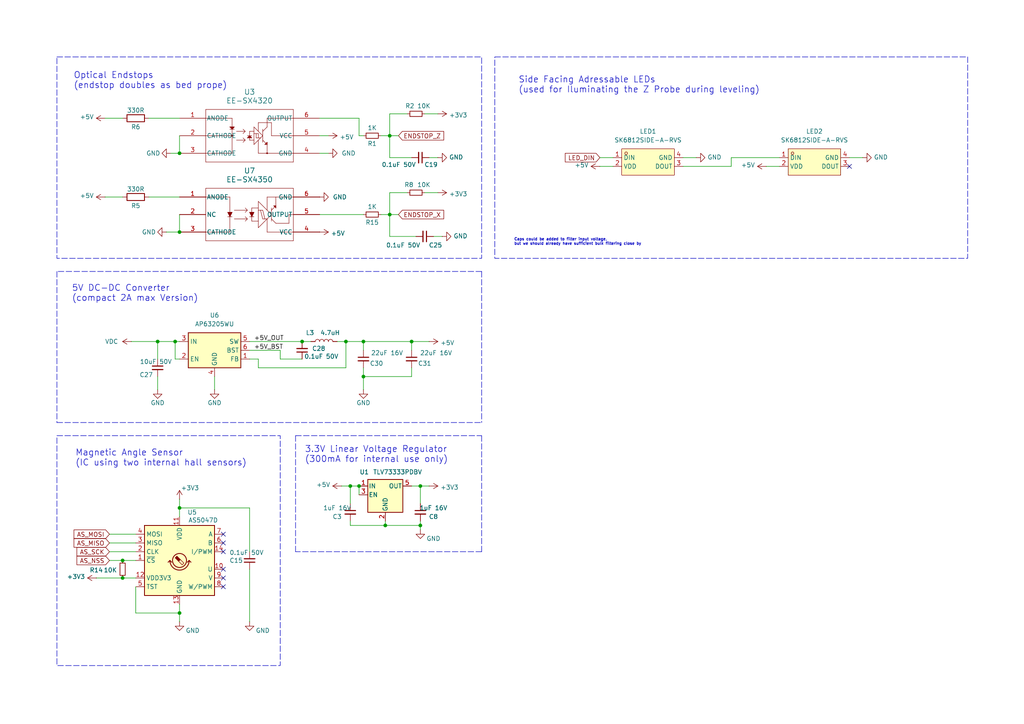
<source format=kicad_sch>
(kicad_sch (version 20250114) (generator "eeschema") (generator_version "9.0")
  (paper "A4")
  (title_block (title "Power Management & Control") (date "2021-10-17") (rev "0.0") (company "VORTAC DESIGN") (comment 1 "!! wip untested revesion !!") (comment 2 "Designed to be used with Klipper Firmware") (comment 3 "Canbus Networked Smart Tool Board") (comment 4 "-- VORTAC PCB --"))
  (lib_symbols
    (symbol "Device:C_Small" (pin_numbers (hide yes)) (pin_names (offset 0.254) (hide yes))
      (property "Reference" "C" (at 0.254 1.778 0))
      (property "Value" "C_Small" (at 0.254 -2.032 0))
      (symbol "C_Small_0_1"
        (polyline (pts (xy -1.524 0.508) (xy 1.524 0.508)) (stroke (width 0.3048)))
        (polyline (pts (xy -1.524 -0.508) (xy 1.524 -0.508)) (stroke (width 0.3302)))
      )
      (symbol "C_Small_1_1"
        (pin passive line (at 0 2.54 270) (length 2.032) (name "~") (number "1"))
        (pin passive line (at 0 -2.54 90) (length 2.032) (name "~") (number "2"))
      )
    )
    (symbol "Device:L" (pin_numbers (hide yes)) (pin_names (offset 1.016) (hide yes))
      (property "Reference" "L" (at -1.27 0 90))
      (property "Value" "L" (at 1.905 0 90))
      (symbol "L_0_1"
        (arc (start 0 2.54) (mid 0.6323 1.905) (end 0 1.27))
        (arc (start 0 1.27) (mid 0.6323 0.635) (end 0 0))
        (arc (start 0 0) (mid 0.6323 -0.635) (end 0 -1.27))
        (arc (start 0 -1.27) (mid 0.6323 -1.905) (end 0 -2.54))
      )
      (symbol "L_1_1"
        (pin passive line (at 0 3.81 270) (length 1.27) (name "1") (number "1"))
        (pin passive line (at 0 -3.81 90) (length 1.27) (name "2") (number "2"))
      )
    )
    (symbol "Device:R" (pin_numbers (hide yes)) (pin_names (offset 0))
      (property "Reference" "R" (at 2.032 0 90))
      (property "Value" "R" (at 0 0 90))
      (symbol "R_0_1"
        (rectangle (start -1.016 -2.54) (end 1.016 2.54) (stroke (width 0.254)))
      )
      (symbol "R_1_1"
        (pin passive line (at 0 3.81 270) (length 1.27) (name "~") (number "1"))
        (pin passive line (at 0 -3.81 90) (length 1.27) (name "~") (number "2"))
      )
    )
    (symbol "Device:R_Small" (pin_numbers (hide yes)) (pin_names (offset 0.254) (hide yes))
      (property "Reference" "R" (at 0 0 90))
      (property "Value" "R_Small" (at 1.778 0 90))
      (symbol "R_Small_0_1"
        (rectangle (start -0.762 1.778) (end 0.762 -1.778) (stroke (width 0.2032)))
      )
      (symbol "R_Small_1_1"
        (pin passive line (at 0 2.54 270) (length 0.762) (name "~") (number "1"))
        (pin passive line (at 0 -2.54 90) (length 0.762) (name "~") (number "2"))
      )
    )
    (symbol "Regulator_Linear:TLV73333PDBV" (pin_names (offset 0.254))
      (property "Reference" "U" (at -3.81 5.715 0))
      (property "Value" "TLV73333PDBV" (at 0 5.715 0))
      (symbol "TLV73333PDBV_0_1"
        (rectangle (start -5.08 4.445) (end 5.08 -5.08) (stroke (width 0.254)) (fill (type background)))
      )
      (symbol "TLV73333PDBV_1_1"
        (pin power_in line (at -7.62 2.54 0) (length 2.54) (name "IN") (number "1"))
        (pin input line (at -7.62 0 0) (length 2.54) (name "EN") (number "3"))
        (pin power_in line (at 0 -7.62 90) (length 2.54) (name "GND") (number "2"))
        (pin no_connect line (at 5.08 0 180) (length 2.54) (hide yes) (name "NC") (number "4"))
        (pin power_out line (at 7.62 2.54 180) (length 2.54) (name "OUT") (number "5"))
      )
    )
    (symbol "Regulator_Switching:AP63205WU"
      (property "Reference" "U" (at -7.62 6.35 0))
      (property "Value" "AP63205WU" (at 2.54 6.35 0))
      (symbol "AP63205WU_0_1"
        (rectangle (start -7.62 5.08) (end 7.62 -5.08) (stroke (width 0.254)) (fill (type background)))
      )
      (symbol "AP63205WU_1_1"
        (pin power_in line (at -10.16 2.54 0) (length 2.54) (name "IN") (number "3"))
        (pin input line (at -10.16 -2.54 0) (length 2.54) (name "EN") (number "2"))
        (pin power_in line (at 0 -7.62 90) (length 2.54) (name "GND") (number "4"))
        (pin output line (at 10.16 2.54 180) (length 2.54) (name "SW") (number "5"))
        (pin passive line (at 10.16 0 180) (length 2.54) (name "BST") (number "6"))
        (pin input line (at 10.16 -2.54 180) (length 2.54) (name "FB") (number "1"))
      )
    )
    (symbol "SK6812SIDE-A-RVS_1"
      (property "Reference" "LED" (at 0 6.35 0))
      (property "Value" "SK6812SIDE-A-RVS" (at 0 -6.35 0))
      (symbol "SK6812SIDE-A-RVS_1_0_1"
        (rectangle (start -7.62 3.81) (end 7.62 -3.81) (fill (type background)))
        (circle (center -6.35 2.54) (radius 0.38))
        (pin unspecified line (at -10.16 1.27 0) (length 2.54) (name "DIN") (number "1"))
        (pin unspecified line (at -10.16 -1.27 0) (length 2.54) (name "VDD") (number "2"))
        (pin unspecified line (at 10.16 1.27 180) (length 2.54) (name "GND") (number "4"))
        (pin unspecified line (at 10.16 -1.27 180) (length 2.54) (name "DOUT") (number "3"))
      )
    )
    (symbol "Sensor_Magnetic:AS5047D"
      (property "Reference" "U" (at -8.89 11.43 0))
      (property "Value" "AS5047D" (at 5.08 11.43 0))
      (symbol "AS5047D_1_1"
        (rectangle (start -10.16 10.16) (end 10.16 -10.16) (stroke (width 0.254)) (fill (type background)))
        (polyline (pts (xy -2.794 0) (xy -3.302 -0.508)) (stroke (width 0.254)))
        (polyline (pts (xy -2.794 0) (xy -2.286 -0.508)) (stroke (width 0.254)))
        (polyline (pts (xy -0.762 1.27) (xy 0.254 0.254) (xy -0.254 -0.254) (xy -1.27 0.762) (xy -1.016 1.016) (xy -0.762 1.27) (xy -0.635 1.143)) (fill (type outline)))
        (arc (start 2.794 0) (mid 0 -2.7819) (end -2.794 0) (stroke (width 0.254)))
        (circle (center 0 0) (radius 2.032) (stroke (width 0.254)))
        (polyline (pts (xy 0.254 0.254) (xy 1.27 -0.762) (xy 0.762 -1.27) (xy -0.254 -0.254)))
        (polyline (pts (xy 2.794 0) (xy 2.286 -0.508)) (stroke (width 0.254)))
        (polyline (pts (xy 2.794 0) (xy 3.302 -0.508)) (stroke (width 0.254)))
        (pin input line (at -12.7 7.62 0) (length 2.54) (name "MOSI") (number "4"))
        (pin output line (at -12.7 5.08 0) (length 2.54) (name "MISO") (number "3"))
        (pin input line (at -12.7 2.54 0) (length 2.54) (name "CLK") (number "2"))
        (pin input line (at -12.7 0 0) (length 2.54) (name "~{CS}") (number "1"))
        (pin power_out line (at -12.7 -5.08 0) (length 2.54) (name "VDD3V3") (number "12"))
        (pin input line (at -12.7 -7.62 0) (length 2.54) (name "TST") (number "5"))
        (pin power_in line (at 0 12.7 270) (length 2.54) (name "VDD") (number "11"))
        (pin power_in line (at 0 -12.7 90) (length 2.54) (name "GND") (number "13"))
        (pin output line (at 12.7 7.62 180) (length 2.54) (name "A") (number "7"))
        (pin output line (at 12.7 5.08 180) (length 2.54) (name "B") (number "6"))
        (pin output line (at 12.7 2.54 180) (length 2.54) (name "I/PWM") (number "14"))
        (pin output line (at 12.7 -2.54 180) (length 2.54) (name "U") (number "10"))
        (pin output line (at 12.7 -5.08 180) (length 2.54) (name "V") (number "9"))
        (pin output line (at 12.7 -7.62 180) (length 2.54) (name "W/PWM") (number "8"))
      )
    )
    (symbol "Vortac:EE-SX3350" (pin_names (offset 0.254))
      (property "Reference" "U" (at 20.32 7.62 0))
      (property "Value" "EE-SX3350" (at 20.32 5.08 0))
      (symbol "EE-SX3350_0_1"
        (polyline (pts (xy 7.62 2.54) (xy 7.62 -12.7)) (stroke (width 0.127)))
        (polyline (pts (xy 7.62 0) (xy 14.605 0)) (stroke (width 0.127)))
        (polyline (pts (xy 7.62 -10.16) (xy 14.605 -10.16)) (stroke (width 0.127)))
        (polyline (pts (xy 7.62 -12.7) (xy 33.02 -12.7)) (stroke (width 0.127)))
        (polyline (pts (xy 13.97 -4.445) (xy 14.605 -5.715)) (stroke (width 0.127)))
        (polyline (pts (xy 13.97 -4.445) (xy 15.24 -4.445) (xy 14.605 -5.715)) (fill (type outline)))
        (polyline (pts (xy 13.97 -5.715) (xy 15.24 -5.715)) (stroke (width 0.127)))
        (polyline (pts (xy 14.605 0) (xy 14.605 -4.445)) (stroke (width 0.127)))
        (polyline (pts (xy 14.605 -5.715) (xy 14.605 -10.16)) (stroke (width 0.127)))
        (polyline (pts (xy 14.605 -5.715) (xy 15.24 -4.445)) (stroke (width 0.127)))
        (polyline (pts (xy 15.24 -4.445) (xy 13.97 -4.445)) (stroke (width 0.127)))
        (polyline (pts (xy 15.875 -3.81) (xy 19.685 -3.81)) (stroke (width 0.127)))
        (polyline (pts (xy 15.875 -6.35) (xy 19.685 -6.35)) (stroke (width 0.127)))
        (polyline (pts (xy 19.685 -3.81) (xy 19.05 -3.175)) (stroke (width 0.127)))
        (polyline (pts (xy 19.685 -3.81) (xy 19.05 -4.445)) (stroke (width 0.127)))
        (polyline (pts (xy 19.685 -6.35) (xy 19.05 -5.715)) (stroke (width 0.127)))
        (polyline (pts (xy 19.685 -6.35) (xy 19.05 -6.985)) (stroke (width 0.127)))
        (polyline (pts (xy 20.32 -4.445) (xy 21.59 -4.445)) (stroke (width 0.127)))
        (polyline (pts (xy 20.32 -4.445) (xy 21.59 -4.445) (xy 20.955 -5.715)) (fill (type outline)))
        (polyline (pts (xy 20.32 -5.715) (xy 21.59 -5.715)) (stroke (width 0.127)))
        (polyline (pts (xy 20.955 -4.445) (xy 20.955 -3.175)) (stroke (width 0.127)))
        (polyline (pts (xy 20.955 -5.715) (xy 20.32 -4.445)) (stroke (width 0.127)))
        (polyline (pts (xy 20.955 -5.715) (xy 20.955 -6.985)) (stroke (width 0.127)))
        (polyline (pts (xy 21.59 -4.445) (xy 20.955 -5.715)) (stroke (width 0.127)))
        (polyline (pts (xy 22.86 -3.175) (xy 20.955 -3.175)) (stroke (width 0.127)))
        (polyline (pts (xy 22.86 -3.81) (xy 24.13 -3.81)) (stroke (width 0.127)))
        (polyline (pts (xy 22.86 -6.985) (xy 20.955 -6.985)) (stroke (width 0.127)))
        (polyline (pts (xy 22.86 -8.89) (xy 22.86 -1.27)) (stroke (width 0.127)))
        (polyline (pts (xy 24.13 -6.35) (xy 23.495 -3.81)) (stroke (width 0.127)))
        (polyline (pts (xy 24.765 -6.35) (xy 24.13 -3.81)) (stroke (width 0.127)))
        (polyline (pts (xy 25.4 0) (xy 33.02 0)) (stroke (width 0.127)))
        (polyline (pts (xy 25.4 -3.81) (xy 25.4 0)) (stroke (width 0.127)))
        (polyline (pts (xy 25.4 -6.35) (xy 24.13 -6.35)) (stroke (width 0.127)))
        (polyline (pts (xy 25.4 -6.35) (xy 25.4 -10.16)) (stroke (width 0.127)))
        (polyline (pts (xy 25.4 -10.16) (xy 33.02 -10.16)) (stroke (width 0.127)))
        (polyline (pts (xy 26.67 -3.81) (xy 26.67 -3.175)) (stroke (width 0.127)))
        (polyline (pts (xy 26.67 -3.81) (xy 26.67 -6.35)) (stroke (width 0.127)))
        (polyline (pts (xy 26.67 -3.81) (xy 27.94 -2.54)) (stroke (width 0.127)))
        (polyline (pts (xy 26.67 -5.08) (xy 22.86 -1.27)) (stroke (width 0.127)))
        (polyline (pts (xy 26.67 -5.08) (xy 22.86 -8.89)) (stroke (width 0.127)))
        (polyline (pts (xy 26.67 -6.35) (xy 26.67 -6.985)) (stroke (width 0.127)))
        (polyline (pts (xy 26.67 -6.35) (xy 27.94 -7.62)) (stroke (width 0.127)))
        (polyline (pts (xy 27.305 -2.54) (xy 27.94 -3.175)) (stroke (width 0.127)))
        (polyline (pts (xy 27.305 -2.54) (xy 27.94 -2.54) (xy 27.94 -3.175)) (fill (type outline)))
        (polyline (pts (xy 27.94 -2.54) (xy 27.305 -2.54)) (stroke (width 0.127)))
        (polyline (pts (xy 27.94 -2.54) (xy 27.94 0)) (stroke (width 0.127)))
        (polyline (pts (xy 27.94 -3.175) (xy 27.94 -2.54)) (stroke (width 0.127)))
        (polyline (pts (xy 27.94 -7.62) (xy 31.75 -7.62)) (stroke (width 0.127)))
        (polyline (pts (xy 31.75 -7.62) (xy 31.75 -5.08)) (stroke (width 0.127)))
        (polyline (pts (xy 33.02 2.54) (xy 7.62 2.54)) (stroke (width 0.127)))
        (polyline (pts (xy 33.02 -5.08) (xy 31.75 -5.08)) (stroke (width 0.127)))
        (polyline (pts (xy 33.02 -12.7) (xy 33.02 2.54)) (stroke (width 0.127)))
        (pin unspecified line (at 0 0 0) (length 7.62) (name "ANODE") (number "1"))
        (pin unspecified line (at 0 -5.08 0) (length 7.62) (name "NC") (number "2"))
        (pin unspecified line (at 0 -10.16 0) (length 7.62) (name "CATHODE") (number "3"))
        (pin unspecified line (at 40.64 0 180) (length 7.62) (name "GND") (number "6"))
        (pin unspecified line (at 40.64 -5.08 180) (length 7.62) (name "OUTPUT") (number "5"))
        (pin unspecified line (at 40.64 -10.16 180) (length 7.62) (name "VCC") (number "4"))
      )
    )
    (symbol "Vortac:EE-SX4320" (pin_names (offset 0.254))
      (property "Reference" "U" (at 20.32 7.62 0))
      (property "Value" "EE-SX4320" (at 20.32 5.08 0))
      (symbol "EE-SX4320_0_1"
        (polyline (pts (xy 7.62 2.54) (xy 7.62 -12.7)) (stroke (width 0.127)))
        (polyline (pts (xy 7.62 0) (xy 15.24 0)) (stroke (width 0.127)))
        (polyline (pts (xy 7.62 -5.08) (xy 15.24 -5.08)) (stroke (width 0.127)))
        (polyline (pts (xy 7.62 -10.16) (xy 15.24 -10.16)) (stroke (width 0.127)))
        (polyline (pts (xy 7.62 -12.7) (xy 33.02 -12.7)) (stroke (width 0.127)))
        (polyline (pts (xy 14.605 -2.54) (xy 15.24 -3.175)) (stroke (width 0.127)))
        (polyline (pts (xy 14.605 -2.54) (xy 15.875 -2.54)) (stroke (width 0.127)))
        (polyline (pts (xy 14.605 -2.54) (xy 15.875 -2.54) (xy 15.24 -3.175)) (fill (type outline)))
        (polyline (pts (xy 14.605 -3.175) (xy 15.875 -3.175)) (stroke (width 0.127)))
        (polyline (pts (xy 15.24 0) (xy 15.24 -2.54)) (stroke (width 0.127)))
        (polyline (pts (xy 15.24 -3.175) (xy 15.24 -10.16)) (stroke (width 0.127)))
        (circle (center 15.24 -5.08) (radius 0.127) (stroke (width 0.254)))
        (polyline (pts (xy 15.875 -2.54) (xy 15.24 -3.175)) (stroke (width 0.127)))
        (polyline (pts (xy 16.51 -3.81) (xy 19.05 -3.81)) (stroke (width 0.127)))
        (polyline (pts (xy 16.51 -6.35) (xy 19.05 -6.35)) (stroke (width 0.127)))
        (polyline (pts (xy 18.415 -3.175) (xy 19.05 -3.81)) (stroke (width 0.127)))
        (polyline (pts (xy 18.415 -5.715) (xy 19.05 -6.35)) (stroke (width 0.127)))
        (polyline (pts (xy 19.05 -3.81) (xy 18.415 -4.445)) (stroke (width 0.127)))
        (polyline (pts (xy 19.05 -6.35) (xy 18.415 -6.985)) (stroke (width 0.127)))
        (polyline (pts (xy 19.685 -5.08) (xy 20.955 -5.08)) (stroke (width 0.127)))
        (polyline (pts (xy 19.685 -5.715) (xy 20.955 -5.715)) (stroke (width 0.127)))
        (polyline (pts (xy 19.685 -5.715) (xy 20.32 -5.08) (xy 20.955 -5.715)) (fill (type outline)))
        (polyline (pts (xy 20.32 -3.81) (xy 20.32 -5.08)) (stroke (width 0.127)))
        (polyline (pts (xy 20.32 -5.08) (xy 19.685 -5.715)) (stroke (width 0.127)))
        (polyline (pts (xy 20.32 -5.715) (xy 20.32 -6.35)) (stroke (width 0.127)))
        (polyline (pts (xy 20.32 -6.35) (xy 21.59 -6.35)) (stroke (width 0.127)))
        (polyline (pts (xy 20.955 -5.715) (xy 20.32 -5.08)) (stroke (width 0.127)))
        (polyline (pts (xy 21.59 -3.81) (xy 20.32 -3.81)) (stroke (width 0.127)))
        (polyline (pts (xy 21.59 -4.445) (xy 22.86 -4.445)) (stroke (width 0.127)))
        (polyline (pts (xy 21.59 -7.62) (xy 21.59 -2.54)) (stroke (width 0.127)))
        (polyline (pts (xy 22.225 -5.715) (xy 22.225 -4.445)) (stroke (width 0.127)))
        (polyline (pts (xy 22.86 -1.27) (xy 26.67 -1.27)) (stroke (width 0.127)))
        (polyline (pts (xy 22.86 -3.81) (xy 22.86 -1.27)) (stroke (width 0.127)))
        (polyline (pts (xy 22.86 -4.445) (xy 22.86 -5.715)) (stroke (width 0.127)))
        (polyline (pts (xy 22.86 -6.35) (xy 22.86 -10.16)) (stroke (width 0.127)))
        (polyline (pts (xy 23.495 -5.715) (xy 22.225 -5.715)) (stroke (width 0.127)))
        (polyline (pts (xy 24.13 -3.175) (xy 24.13 -6.985)) (stroke (width 0.127)))
        (polyline (pts (xy 24.13 -5.08) (xy 21.59 -2.54)) (stroke (width 0.127)))
        (polyline (pts (xy 24.13 -5.08) (xy 21.59 -7.62)) (stroke (width 0.127)))
        (polyline (pts (xy 24.13 -6.35) (xy 25.4 -7.62)) (stroke (width 0.127)))
        (polyline (pts (xy 24.765 -7.62) (xy 25.4 -7.62)) (stroke (width 0.127)))
        (polyline (pts (xy 24.765 -7.62) (xy 25.4 -6.985) (xy 25.4 -7.62)) (fill (type outline)))
        (polyline (pts (xy 25.4 0) (xy 25.4 -2.54)) (stroke (width 0.127)))
        (polyline (pts (xy 25.4 -2.54) (xy 24.13 -3.81)) (stroke (width 0.127)))
        (polyline (pts (xy 25.4 -6.985) (xy 24.765 -7.62)) (stroke (width 0.127)))
        (polyline (pts (xy 25.4 -7.62) (xy 25.4 -6.985)) (stroke (width 0.127)))
        (polyline (pts (xy 25.4 -7.62) (xy 25.4 -10.16)) (stroke (width 0.127)))
        (circle (center 25.4 -10.16) (radius 0.127) (stroke (width 0.254)))
        (polyline (pts (xy 26.67 -1.27) (xy 26.67 -5.08)) (stroke (width 0.127)))
        (polyline (pts (xy 33.02 2.54) (xy 7.62 2.54)) (stroke (width 0.127)))
        (polyline (pts (xy 33.02 0) (xy 25.4 0)) (stroke (width 0.127)))
        (polyline (pts (xy 33.02 -5.08) (xy 26.67 -5.08)) (stroke (width 0.127)))
        (polyline (pts (xy 33.02 -10.16) (xy 22.86 -10.16)) (stroke (width 0.127)))
        (polyline (pts (xy 33.02 -12.7) (xy 33.02 2.54)) (stroke (width 0.127)))
        (pin unspecified line (at 0 0 0) (length 7.62) (name "ANODE") (number "1"))
        (pin unspecified line (at 0 -5.08 0) (length 7.62) (name "CATHODE") (number "2"))
        (pin unspecified line (at 0 -10.16 0) (length 7.62) (name "CATHODE") (number "3"))
        (pin unspecified line (at 40.64 0 180) (length 7.62) (name "OUTPUT") (number "6"))
        (pin unspecified line (at 40.64 -5.08 180) (length 7.62) (name "VCC") (number "5"))
        (pin unspecified line (at 40.64 -10.16 180) (length 7.62) (name "GND") (number "4"))
      )
    )
    (symbol "Vortac:SK6812SIDE-A-RVS"
      (property "Reference" "LED" (at 0 6.35 0))
      (property "Value" "SK6812SIDE-A-RVS" (at 0 -6.35 0))
      (symbol "SK6812SIDE-A-RVS_0_1"
        (rectangle (start -7.62 3.81) (end 7.62 -3.81) (fill (type background)))
        (circle (center -6.35 2.54) (radius 0.38))
        (pin unspecified line (at -10.16 1.27 0) (length 2.54) (name "DIN") (number "1"))
        (pin unspecified line (at -10.16 -1.27 0) (length 2.54) (name "VDD") (number "2"))
        (pin unspecified line (at 10.16 1.27 180) (length 2.54) (name "GND") (number "4"))
        (pin unspecified line (at 10.16 -1.27 180) (length 2.54) (name "DOUT") (number "3"))
      )
    )
    (symbol "power:+3V3" (power) (pin_numbers (hide yes)) (pin_names (offset 0) (hide yes))
      (property "Value" "+3V3" (at 0 3.556 0))
      (symbol "+3V3_0_1"
        (polyline (pts (xy -0.762 1.27) (xy 0 2.54)))
        (polyline (pts (xy 0 2.54) (xy 0.762 1.27)))
        (polyline (pts (xy 0 0) (xy 0 2.54)))
      )
      (symbol "+3V3_1_1"
        (pin power_in line (at 0 0 90) (length 0) (name "~") (number "1"))
      )
    )
    (symbol "power:+5V" (power) (pin_numbers (hide yes)) (pin_names (offset 0) (hide yes))
      (property "Value" "+5V" (at 0 3.556 0))
      (symbol "+5V_0_1"
        (polyline (pts (xy -0.762 1.27) (xy 0 2.54)))
        (polyline (pts (xy 0 2.54) (xy 0.762 1.27)))
        (polyline (pts (xy 0 0) (xy 0 2.54)))
      )
      (symbol "+5V_1_1"
        (pin power_in line (at 0 0 90) (length 0) (name "~") (number "1"))
      )
    )
    (symbol "power:GND" (power) (pin_numbers (hide yes)) (pin_names (offset 0) (hide yes))
      (property "Value" "GND" (at 0 -3.81 0))
      (symbol "GND_0_1"
        (polyline (pts (xy 0 0) (xy 0 -1.27) (xy 1.27 -1.27) (xy 0 -2.54) (xy -1.27 -1.27) (xy 0 -1.27)))
      )
      (symbol "GND_1_1"
        (pin power_in line (at 0 0 270) (length 0) (name "~") (number "1"))
      )
    )
    (symbol "power:VDC" (power) (pin_numbers (hide yes)) (pin_names (offset 0) (hide yes))
      (property "Value" "VDC" (at 0 3.556 0))
      (symbol "VDC_0_1"
        (polyline (pts (xy -0.762 1.27) (xy 0 2.54)))
        (polyline (pts (xy 0 2.54) (xy 0.762 1.27)))
        (polyline (pts (xy 0 0) (xy 0 2.54)))
      )
      (symbol "VDC_1_1"
        (pin power_in line (at 0 0 90) (length 0) (name "~") (number "1"))
      )
    )
  )
  (rectangle (start 16.51 126.365) (end 81.28 193.04) (stroke (width 0) (type dash)))
  (rectangle (start 143.51 16.51) (end 280.67 74.93) (stroke (width 0) (type dash)))
  (rectangle (start 16.51 16.51) (end 139.7 74.93) (stroke (width 0) (type dash)))
  (text "Magnetic Angle Sensor\n(IC using two internal hall sensors)" (at 21.844 135.382 0) (effects (font (size 1.8034 1.8034)) (justify left bottom)))
  (text "Side Facing Adressable LEDs\n(used for Iluminating the Z Probe during leveling)" (at 150.368 27.178 0) (effects (font (size 1.8034 1.8034)) (justify left bottom)))
  (text "Optical Endstops\n(endstop doubles as bed prope)" (at 21.336 25.908 0) (effects (font (size 1.8034 1.8034)) (justify left bottom)))
  (text "3.3V Linear Voltage Regulator\n(300mA for internal use only)" (at 88.392 134.366 0) (effects (font (size 1.8034 1.8034)) (justify left bottom)))
  (text "Caps could be added to filter input voltage, \nbut we should already have sufficient bulk filtering close by" (at 149.098 69.088 0) (effects (font (size 0.7874 0.7874)) (justify left top)))
  (text "5V DC-DC Converter\n(compact 2A max Version)" (at 20.828 87.63 0) (effects (font (size 1.8034 1.8034)) (justify left bottom)))
  (junction (at 45.72 99.06))
  (junction (at 104.14 140.97))
  (junction (at 105.41 109.22))
  (junction (at 121.92 152.4))
  (junction (at 52.07 67.31))
  (junction (at 52.07 44.45))
  (junction (at 35.56 162.56))
  (junction (at 101.6 140.97))
  (junction (at 50.8 99.06))
  (junction (at 105.41 99.06))
  (junction (at 121.92 140.97))
  (junction (at 111.76 152.4))
  (junction (at 87.63 99.06))
  (junction (at 52.07 147.32))
  (junction (at 52.07 177.8))
  (junction (at 100.33 99.06))
  (junction (at 113.03 39.37))
  (junction (at 119.38 99.06))
  (junction (at 113.03 62.23))
  (junction (at 35.56 167.64))
  (no_connect (at 64.77 165.1))
  (no_connect (at 64.77 167.64))
  (no_connect (at 64.77 154.94))
  (no_connect (at 64.77 157.48))
  (no_connect (at 64.77 170.18))
  (no_connect (at 246.38 48.26))
  (no_connect (at 64.77 160.02))
  (wire (pts (xy 52.07 39.37) (xy 52.07 44.45)))
  (wire (pts (xy 113.03 62.23) (xy 115.57 62.23)))
  (wire (pts (xy 101.6 152.4) (xy 111.76 152.4)))
  (wire (pts (xy 113.03 62.23) (xy 113.03 68.58)))
  (wire (pts (xy 52.07 104.14) (xy 50.8 104.14)))
  (wire (pts (xy 31.75 157.48) (xy 39.37 157.48)))
  (polyline (pts (xy 16.51 78.74) (xy 16.51 122.555)) (stroke (width 0) (type dash)))
  (wire (pts (xy 101.6 151.13) (xy 101.6 152.4)))
  (wire (pts (xy 45.72 99.06) (xy 45.72 104.14)))
  (wire (pts (xy 74.93 104.14) (xy 72.39 104.14)))
  (wire (pts (xy 30.48 57.15) (xy 35.56 57.15)))
  (wire (pts (xy 105.41 99.06) (xy 119.38 99.06)))
  (wire (pts (xy 72.39 160.02) (xy 72.39 147.32)))
  (wire (pts (xy 100.33 106.68) (xy 74.93 106.68)))
  (wire (pts (xy 43.18 57.15) (xy 52.07 57.15)))
  (wire (pts (xy 113.03 55.88) (xy 113.03 62.23)))
  (wire (pts (xy 72.39 99.06) (xy 87.63 99.06)))
  (wire (pts (xy 81.28 104.14) (xy 81.28 101.6)))
  (wire (pts (xy 50.8 99.06) (xy 52.07 99.06)))
  (wire (pts (xy 121.92 152.4) (xy 121.92 151.13)))
  (wire (pts (xy 35.56 167.64) (xy 39.37 167.64)))
  (wire (pts (xy 173.99 45.72) (xy 177.8 45.72)))
  (wire (pts (xy 52.07 175.26) (xy 52.07 177.8)))
  (wire (pts (xy 212.09 48.26) (xy 212.09 45.72)))
  (polyline (pts (xy 16.51 122.555) (xy 139.7 122.555)) (stroke (width 0) (type dash)))
  (wire (pts (xy 45.72 109.22) (xy 45.72 113.03)))
  (wire (pts (xy 111.76 152.4) (xy 121.92 152.4)))
  (wire (pts (xy 31.75 162.56) (xy 35.56 162.56)))
  (wire (pts (xy 113.03 45.72) (xy 119.38 45.72)))
  (wire (pts (xy 31.75 160.02) (xy 39.37 160.02)))
  (wire (pts (xy 43.18 34.29) (xy 52.07 34.29)))
  (wire (pts (xy 100.33 99.06) (xy 100.33 106.68)))
  (wire (pts (xy 72.39 165.1) (xy 72.39 180.34)))
  (polyline (pts (xy 139.7 160.02) (xy 85.725 160.02)) (stroke (width 0) (type dash)))
  (wire (pts (xy 105.41 106.68) (xy 105.41 109.22)))
  (wire (pts (xy 35.56 162.56) (xy 39.37 162.56)))
  (wire (pts (xy 119.38 99.06) (xy 119.38 101.6)))
  (wire (pts (xy 104.14 34.29) (xy 104.14 39.37)))
  (wire (pts (xy 52.07 177.8) (xy 52.07 180.34)))
  (wire (pts (xy 198.12 48.26) (xy 212.09 48.26)))
  (wire (pts (xy 52.07 147.32) (xy 52.07 149.86)))
  (wire (pts (xy 113.03 39.37) (xy 115.57 39.37)))
  (wire (pts (xy 100.33 99.06) (xy 105.41 99.06)))
  (wire (pts (xy 99.06 140.97) (xy 101.6 140.97)))
  (wire (pts (xy 49.53 44.45) (xy 52.07 44.45)))
  (wire (pts (xy 124.46 45.72) (xy 127 45.72)))
  (polyline (pts (xy 85.725 126.365) (xy 139.7 126.365)) (stroke (width 0) (type dash)))
  (wire (pts (xy 113.03 68.58) (xy 120.65 68.58)))
  (wire (pts (xy 121.92 152.4) (xy 121.92 153.67)))
  (wire (pts (xy 38.1 99.06) (xy 45.72 99.06)))
  (wire (pts (xy 119.38 106.68) (xy 119.38 109.22)))
  (wire (pts (xy 113.03 39.37) (xy 113.03 45.72)))
  (wire (pts (xy 92.71 34.29) (xy 104.14 34.29)))
  (wire (pts (xy 125.73 68.58) (xy 128.27 68.58)))
  (wire (pts (xy 110.49 62.23) (xy 113.03 62.23)))
  (wire (pts (xy 113.03 33.02) (xy 118.11 33.02)))
  (wire (pts (xy 173.99 48.26) (xy 177.8 48.26)))
  (wire (pts (xy 87.63 99.06) (xy 90.17 99.06)))
  (wire (pts (xy 119.38 109.22) (xy 105.41 109.22)))
  (polyline (pts (xy 139.7 78.74) (xy 16.51 78.74)) (stroke (width 0) (type dash)))
  (wire (pts (xy 81.28 101.6) (xy 72.39 101.6)))
  (wire (pts (xy 50.8 104.14) (xy 50.8 99.06)))
  (wire (pts (xy 113.03 55.88) (xy 118.11 55.88)))
  (polyline (pts (xy 139.7 126.365) (xy 139.7 160.02)) (stroke (width 0) (type dash)))
  (wire (pts (xy 31.75 154.94) (xy 39.37 154.94)))
  (wire (pts (xy 62.23 109.22) (xy 62.23 113.03)))
  (wire (pts (xy 104.14 39.37) (xy 105.41 39.37)))
  (wire (pts (xy 113.03 33.02) (xy 113.03 39.37)))
  (wire (pts (xy 52.07 144.78) (xy 52.07 147.32)))
  (wire (pts (xy 222.25 48.26) (xy 226.06 48.26)))
  (wire (pts (xy 39.37 170.18) (xy 39.37 177.8)))
  (wire (pts (xy 121.92 140.97) (xy 124.46 140.97)))
  (wire (pts (xy 101.6 140.97) (xy 104.14 140.97)))
  (wire (pts (xy 111.76 152.4) (xy 111.76 151.13)))
  (wire (pts (xy 95.25 44.45) (xy 92.71 44.45)))
  (wire (pts (xy 198.12 45.72) (xy 201.93 45.72)))
  (wire (pts (xy 123.19 33.02) (xy 127 33.02)))
  (wire (pts (xy 45.72 99.06) (xy 50.8 99.06)))
  (wire (pts (xy 119.38 99.06) (xy 124.46 99.06)))
  (wire (pts (xy 92.71 62.23) (xy 105.41 62.23)))
  (wire (pts (xy 72.39 147.32) (xy 52.07 147.32)))
  (wire (pts (xy 87.63 104.14) (xy 81.28 104.14)))
  (wire (pts (xy 105.41 109.22) (xy 105.41 113.03)))
  (wire (pts (xy 110.49 39.37) (xy 113.03 39.37)))
  (wire (pts (xy 48.26 67.31) (xy 52.07 67.31)))
  (wire (pts (xy 97.79 99.06) (xy 100.33 99.06)))
  (wire (pts (xy 121.92 140.97) (xy 121.92 146.05)))
  (wire (pts (xy 52.07 62.23) (xy 52.07 67.31)))
  (wire (pts (xy 104.14 143.51) (xy 104.14 140.97)))
  (wire (pts (xy 105.41 99.06) (xy 105.41 101.6)))
  (wire (pts (xy 30.48 34.29) (xy 35.56 34.29)))
  (wire (pts (xy 119.38 140.97) (xy 121.92 140.97)))
  (wire (pts (xy 92.71 39.37) (xy 95.25 39.37)))
  (wire (pts (xy 246.38 45.72) (xy 250.19 45.72)))
  (polyline (pts (xy 85.725 126.365) (xy 85.725 160.02)) (stroke (width 0) (type dash)))
  (wire (pts (xy 27.94 167.64) (xy 35.56 167.64)))
  (wire (pts (xy 52.07 177.8) (xy 39.37 177.8)))
  (polyline (pts (xy 139.7 78.74) (xy 139.7 122.555)) (stroke (width 0) (type dash)))
  (wire (pts (xy 212.09 45.72) (xy 226.06 45.72)))
  (wire (pts (xy 101.6 140.97) (xy 101.6 146.05)))
  (wire (pts (xy 74.93 106.68) (xy 74.93 104.14)))
  (wire (pts (xy 123.19 55.88) (xy 127 55.88)))
  (label "+5V_OUT" (at 73.66 99.06 0))
  (label "+5V_BST" (at 73.66 101.6 0))
  (global_label "AS_MISO" (shape input) (at 31.75 157.48 180) (property "Intersheetrefs" "${INTERSHEET_REFS}" (effects (hide yes))))
  (global_label "AS_SCK" (shape input) (at 31.75 160.02 180) (property "Intersheetrefs" "${INTERSHEET_REFS}" (effects (hide yes))))
  (global_label "ENDSTOP_Z" (shape input) (at 115.57 39.37 0) (property "Intersheetrefs" "${INTERSHEET_REFS}" (effects (hide yes))))
  (global_label "AS_NSS" (shape input) (at 31.75 162.56 180) (property "Intersheetrefs" "${INTERSHEET_REFS}" (effects (hide yes))))
  (global_label "AS_MOSI" (shape input) (at 31.75 154.94 180) (property "Intersheetrefs" "${INTERSHEET_REFS}" (effects (hide yes))))
  (global_label "LED_DIN" (shape input) (at 173.99 45.72 180) (property "Intersheetrefs" "${INTERSHEET_REFS}" (effects (hide yes))))
  (global_label "ENDSTOP_X" (shape input) (at 115.57 62.23 0) (property "Intersheetrefs" "${INTERSHEET_REFS}" (effects (hide yes))))
  (symbol (lib_id "power:+5V") (at 99.06 140.97 90) (unit 1)
    (property "Reference" "#PWR144" (effects (hide yes)))
    (property "Value" "+5V" (at 95.8088 140.589 90) (effects (justify left)))
    (property "Description" "Power symbol creates a global label with name \"+5V\"" (effects (hide yes)))
  )
  (symbol (lib_id "power:+3V3") (at 124.46 140.97 270) (unit 1)
    (property "Reference" "#PWR145" (effects (hide yes)))
    (property "Value" "+3V3" (at 127.7112 141.351 90) (effects (justify left)))
    (property "Description" "Power symbol creates a global label with name \"+3V3\"" (effects (hide yes)))
  )
  (symbol (lib_id "Regulator_Linear:TLV73333PDBV") (at 111.76 143.51 0) (unit 1)
    (property "Reference" "U1" (at 105.664 136.906 0))
    (property "Value" "TLV73333PDBV" (at 115.316 136.906 0))
    (property "Footprint" "Package_TO_SOT_SMD:SOT-23-5" (effects (hide yes)))
    (property "Datasheet" "http://www.ti.com/lit/ds/symlink/tlv733p.pdf" (effects (hide yes)))
    (property "Description" "300mA Capacitor-Free Low Dropout Voltage Regulator, Fixed Output 3.3V, SOT-23-5" (effects (hide yes)))
    (property "LCSC" "C408972" (effects (hide yes)))
  )
  (symbol (lib_id "Device:C_Small") (at 121.92 148.59 0) (unit 1)
    (property "Reference" "C8" (at 125.73 149.86 0))
    (property "Value" "1uF 16V" (at 125.73 147.32 0))
    (property "Footprint" "Capacitor_SMD:C_0603_1608Metric" (effects (hide yes)))
    (property "Description" "Unpolarized capacitor, small symbol" (effects (hide yes)))
    (property "LCSC" "C106248" (effects (hide yes)))
    (property "notes" "could be 0.1 to 1uf" (effects (hide yes)))
  )
  (symbol (lib_id "Device:C_Small") (at 101.6 148.59 0) (unit 1)
    (property "Reference" "C3" (at 97.79 149.86 0))
    (property "Value" "1uF 16V" (at 97.79 147.32 0))
    (property "Footprint" "Capacitor_SMD:C_0603_1608Metric" (effects (hide yes)))
    (property "Description" "Unpolarized capacitor, small symbol" (effects (hide yes)))
    (property "LCSC" "C106248" (effects (hide yes)))
    (property "notes" "could be 0.1 to 1uf" (effects (hide yes)))
  )
  (symbol (lib_id "power:GND") (at 121.92 153.67 0) (unit 1)
    (property "Reference" "#PWR109" (effects (hide yes)))
    (property "Value" "GND" (at 125.73 156.21 0))
    (property "Description" "Power symbol creates a global label with name \"GND\" , ground" (effects (hide yes)))
  )
  (symbol (lib_id "power:GND") (at 250.19 45.72 90) (unit 1)
    (property "Reference" "#PWR33" (effects (hide yes)))
    (property "Value" "GND" (at 253.4412 45.593 90) (effects (justify right)))
    (property "Description" "Power symbol creates a global label with name \"GND\" , ground" (effects (hide yes)))
  )
  (symbol (lib_id "power:+5V") (at 124.46 99.06 270) (unit 1)
    (property "Reference" "#PWR37" (effects (hide yes)))
    (property "Value" "+5V" (at 127.7112 99.441 90) (effects (justify left)))
    (property "Description" "Power symbol creates a global label with name \"+5V\"" (effects (hide yes)))
  )
  (symbol (lib_id "power:+5V") (at 95.25 39.37 270) (unit 1)
    (property "Reference" "#PWR2" (effects (hide yes)))
    (property "Value" "+5V" (at 98.5012 39.751 90) (effects (justify left)))
    (property "Description" "Power symbol creates a global label with name \"+5V\"" (effects (hide yes)))
  )
  (symbol (lib_id "Device:R_Small") (at 107.95 62.23 270) (unit 1)
    (property "Reference" "R15" (at 107.95 64.516 90))
    (property "Value" "1K" (at 107.95 59.944 90))
    (property "Footprint" "Resistor_SMD:R_0402_1005Metric" (effects (hide yes)))
    (property "Description" "Resistor, small symbol" (effects (hide yes)))
    (property "LCSC" "C106235" (effects (hide yes)))
  )
  (symbol (lib_id "power:GND") (at 62.23 113.03 0) (unit 1)
    (property "Reference" "#PWR36" (effects (hide yes)))
    (property "Value" "GND" (at 62.23 116.84 0))
    (property "Description" "Power symbol creates a global label with name \"GND\" , ground" (effects (hide yes)))
  )
  (symbol (lib_id "power:+3V3") (at 52.07 144.78 0) (unit 1)
    (property "Reference" "#PWR19" (effects (hide yes)))
    (property "Value" "+3V3" (at 52.451 141.5288 0) (effects (justify left)))
    (property "Description" "Power symbol creates a global label with name \"+3V3\"" (effects (hide yes)))
  )
  (symbol (lib_id "Device:C_Small") (at 121.92 45.72 270) (unit 1)
    (property "Reference" "C19" (at 127 47.752 90) (effects (justify right)))
    (property "Value" "0.1uF 50V" (at 120.65 47.752 90) (effects (justify right)))
    (property "Footprint" "Capacitor_SMD:C_0402_1005Metric" (effects (hide yes)))
    (property "Description" "Unpolarized capacitor, small symbol" (effects (hide yes)))
    (property "LCSC" "C5182432" (effects (hide yes)))
  )
  (symbol (lib_id "Vortac:EE-SX4320") (at 52.07 34.29 0) (unit 1)
    (property "Reference" "U3" (at 72.39 26.67 0) (effects (font (size 1.524 1.524))))
    (property "Value" "EE-SX4320" (at 72.39 29.21 0) (effects (font (size 1.524 1.524))))
    (property "Footprint" "Vortac:SENSOR_EE-SX4320_OMR" (effects (hide yes)))
    (property "Datasheet" "https://www.lcsc.com/datasheet/lcsc_datasheet_2501101217_Omron-Electronics-EE-SX4320_C469129.pdf" (effects (hide yes)))
    (property "LCSC" "C469129" (effects (hide yes)))
  )
  (symbol (lib_id "power:GND") (at 105.41 113.03 0) (unit 1)
    (property "Reference" "#PWR38" (effects (hide yes)))
    (property "Value" "GND" (at 105.41 116.84 0))
    (property "Description" "Power symbol creates a global label with name \"GND\" , ground" (effects (hide yes)))
  )
  (symbol (lib_id "power:GND") (at 49.53 44.45 270) (unit 1)
    (property "Reference" "#PWR11" (effects (hide yes)))
    (property "Value" "GND" (at 44.45 44.45 90))
    (property "Description" "Power symbol creates a global label with name \"GND\" , ground" (effects (hide yes)))
  )
  (symbol (lib_id "Device:R_Small") (at 107.95 39.37 270) (unit 1)
    (property "Reference" "R1" (at 107.95 41.656 90))
    (property "Value" "1K" (at 107.95 37.084 90))
    (property "Footprint" "Resistor_SMD:R_0402_1005Metric" (effects (hide yes)))
    (property "Description" "Resistor, small symbol" (effects (hide yes)))
    (property "LCSC" "C106235" (effects (hide yes)))
  )
  (symbol (lib_id "power:+5V") (at 222.25 48.26 90) (unit 1)
    (property "Reference" "#PWR31" (effects (hide yes)))
    (property "Value" "+5V" (at 218.9988 47.879 90) (effects (justify left)))
    (property "Description" "Power symbol creates a global label with name \"+5V\"" (effects (hide yes)))
  )
  (symbol (lib_id "Device:R_Small") (at 120.65 55.88 270) (unit 1)
    (property "Reference" "R8" (at 118.618 53.594 90))
    (property "Value" "10K" (at 122.936 53.594 90))
    (property "Footprint" "Resistor_SMD:R_0402_1005Metric" (effects (hide yes)))
    (property "Description" "Resistor, small symbol" (effects (hide yes)))
    (property "LCSC" "C60490" (effects (hide yes)))
  )
  (symbol (lib_id "Device:R") (at 39.37 57.15 90) (unit 1)
    (property "Reference" "R5" (at 39.37 59.69 90))
    (property "Value" "330R" (at 39.37 54.864 90))
    (property "Footprint" "Resistor_SMD:R_0402_1005Metric" (effects (hide yes)))
    (property "Description" "Resistor" (effects (hide yes)))
    (property "LCSC" "C6117577" (effects (hide yes)))
  )
  (symbol (lib_id "power:+3V3") (at 127 55.88 270) (unit 1)
    (property "Reference" "#PWR6" (effects (hide yes)))
    (property "Value" "+3V3" (at 130.2512 56.261 90) (effects (justify left)))
    (property "Description" "Power symbol creates a global label with name \"+3V3\"" (effects (hide yes)))
  )
  (symbol (lib_id "Device:C_Small") (at 45.72 106.68 0) (unit 1)
    (property "Reference" "C27" (at 42.418 108.712 0))
    (property "Value" "10uF 50V" (at 45.212 104.902 0))
    (property "Footprint" "Capacitor_SMD:C_0805_2012Metric" (effects (hide yes)))
    (property "Description" "Unpolarized capacitor, small symbol" (effects (hide yes)))
    (property "LCSC" "C440198" (effects (hide yes)))
  )
  (symbol (lib_name "SK6812SIDE-A-RVS_1") (lib_id "Vortac:SK6812SIDE-A-RVS") (at 236.22 46.99 0) (unit 1)
    (property "Reference" "LED2" (at 236.22 38.1 0))
    (property "Value" "SK6812SIDE-A-RVS" (at 236.22 40.64 0))
    (property "Footprint" "Vortac:LED-SMD_4P-L4.0-W1.6-L" (effects (hide yes)))
    (property "Datasheet" "https://jlcpcb.com/api/file/downloadByFileSystemAccessId/8588945439453794304" (effects (hide yes)))
    (property "LCSC" "C2890037" (effects (hide yes)))
  )
  (symbol (lib_id "Device:C_Small") (at 72.39 162.56 180) (unit 1)
    (property "Reference" "C15" (at 66.548 162.56 0) (effects (justify right)))
    (property "Value" "0.1uF 50V" (at 66.548 160.274 0) (effects (justify right)))
    (property "Footprint" "Capacitor_SMD:C_0402_1005Metric" (effects (hide yes)))
    (property "Description" "Unpolarized capacitor, small symbol" (effects (hide yes)))
    (property "LCSC" "C5182432" (effects (hide yes)))
  )
  (symbol (lib_id "Vortac:SK6812SIDE-A-RVS") (at 187.96 46.99 0) (unit 1)
    (property "Reference" "LED1" (at 187.96 38.1 0))
    (property "Value" "SK6812SIDE-A-RVS" (at 187.96 40.64 0))
    (property "Footprint" "Vortac:LED-SMD_4P-L4.0-W1.6-L" (effects (hide yes)))
    (property "Datasheet" "https://jlcpcb.com/api/file/downloadByFileSystemAccessId/8588945439453794304" (effects (hide yes)))
    (property "LCSC" "C2890037" (effects (hide yes)))
  )
  (symbol (lib_id "power:GND") (at 48.26 67.31 270) (unit 1)
    (property "Reference" "#PWR5" (effects (hide yes)))
    (property "Value" "GND" (at 43.18 67.31 90))
    (property "Description" "Power symbol creates a global label with name \"GND\" , ground" (effects (hide yes)))
  )
  (symbol (lib_id "power:GND") (at 201.93 45.72 90) (unit 1)
    (property "Reference" "#PWR32" (effects (hide yes)))
    (property "Value" "GND" (at 205.1812 45.593 90) (effects (justify right)))
    (property "Description" "Power symbol creates a global label with name \"GND\" , ground" (effects (hide yes)))
  )
  (symbol (lib_id "power:GND") (at 92.71 57.15 90) (unit 1)
    (property "Reference" "#PWR8" (effects (hide yes)))
    (property "Value" "GND" (at 96.52 57.1499 90) (effects (justify right)))
    (property "Description" "Power symbol creates a global label with name \"GND\" , ground" (effects (hide yes)))
  )
  (symbol (lib_id "power:+5V") (at 30.48 34.29 90) (unit 1)
    (property "Reference" "#PWR28" (effects (hide yes)))
    (property "Value" "+5V" (at 27.2288 33.909 90) (effects (justify left)))
    (property "Description" "Power symbol creates a global label with name \"+5V\"" (effects (hide yes)))
  )
  (symbol (lib_id "power:+5V") (at 173.99 48.26 90) (unit 1)
    (property "Reference" "#PWR30" (effects (hide yes)))
    (property "Value" "+5V" (at 170.7388 47.879 90) (effects (justify left)))
    (property "Description" "Power symbol creates a global label with name \"+5V\"" (effects (hide yes)))
  )
  (symbol (lib_id "power:GND") (at 45.72 113.03 0) (unit 1)
    (property "Reference" "#PWR35" (effects (hide yes)))
    (property "Value" "GND" (at 45.72 116.84 0))
    (property "Description" "Power symbol creates a global label with name \"GND\" , ground" (effects (hide yes)))
  )
  (symbol (lib_id "power:+3V3") (at 127 33.02 270) (unit 1)
    (property "Reference" "#PWR4" (effects (hide yes)))
    (property "Value" "+3V3" (at 130.2512 33.401 90) (effects (justify left)))
    (property "Description" "Power symbol creates a global label with name \"+3V3\"" (effects (hide yes)))
  )
  (symbol (lib_id "power:GND") (at 128.27 68.58 90) (unit 1)
    (property "Reference" "#PWR14" (effects (hide yes)))
    (property "Value" "GND" (at 131.5212 68.453 90) (effects (justify right)))
    (property "Description" "Power symbol creates a global label with name \"GND\" , ground" (effects (hide yes)))
  )
  (symbol (lib_id "power:+5V") (at 92.71 67.31 270) (unit 1)
    (property "Reference" "#PWR7" (effects (hide yes)))
    (property "Value" "+5V" (at 95.9612 67.691 90) (effects (justify left)))
    (property "Description" "Power symbol creates a global label with name \"+5V\"" (effects (hide yes)))
  )
  (symbol (lib_id "Device:L") (at 93.98 99.06 90) (unit 1)
    (property "Reference" "L3" (at 89.916 96.52 90))
    (property "Value" "4.7uH" (at 95.758 96.52 90))
    (property "Footprint" "Vortac:IND-SMD_L4.0-W4.0_FNR40XXS" (effects (hide yes)))
    (property "Datasheet" "https://www.lcsc.com/datasheet/lcsc_datasheet_2411220102_cjiang--Changjiang-Microelectronics-Tech-FNR4030S4R7MT_C167874.pdf" (effects (hide yes)))
    (property "Description" "Inductor" (effects (hide yes)))
    (property "LCSC" "C167874" (effects (hide yes)))
  )
  (symbol (lib_id "power:VDC") (at 38.1 99.06 90) (unit 1)
    (property "Reference" "#PWR34" (effects (hide yes)))
    (property "Value" "VDC" (at 34.29 99.06 90) (effects (justify left)))
  )
  (symbol (lib_id "Vortac:EE-SX3350") (at 52.07 57.15 0) (unit 1)
    (property "Reference" "U7" (at 72.39 49.53 0) (effects (font (size 1.524 1.524))))
    (property "Value" "EE-SX4350" (at 72.39 52.07 0) (effects (font (size 1.524 1.524))))
    (property "Footprint" "Vortac:SENSOR_EE-SX3350_OMR" (effects (hide yes)))
    (property "Datasheet" "https://www.lcsc.com/datasheet/lcsc_datasheet_2411272211_Omron-Electronics-EE-SX3350_C7470740.pdf" (effects (hide yes)))
    (property "LCSC" "C17524058" (effects (hide yes)))
  )
  (symbol (lib_id "power:GND") (at 72.39 180.34 0) (unit 1)
    (property "Reference" "#PWR26" (effects (hide yes)))
    (property "Value" "GND" (at 76.2 182.88 0))
    (property "Description" "Power symbol creates a global label with name \"GND\" , ground" (effects (hide yes)))
  )
  (symbol (lib_id "Regulator_Switching:AP63205WU") (at 62.23 101.6 0) (unit 1)
    (property "Reference" "U6" (at 62.23 91.44 0))
    (property "Value" "AP63205WU" (at 62.23 93.98 0))
    (property "Footprint" "Package_TO_SOT_SMD:TSOT-23-6" (effects (hide yes)))
    (property "Datasheet" "https://www.lcsc.com/datasheet/lcsc_datasheet_2412251026_Diodes-Incorporated-AP63205WU-7_C2071056.pdf" (effects (hide yes)))
    (property "Description" "2A, 1.1MHz Buck DC/DC Converter, fixed 5.0V output voltage, TSOT-23-6" (effects (hide yes)))
    (property "LCSC" "C2071056" (effects (hide yes)))
  )
  (symbol (lib_id "power:GND") (at 95.25 44.45 90) (unit 1)
    (property "Reference" "#PWR10" (effects (hide yes)))
    (property "Value" "GND" (at 99.06 44.4499 90) (effects (justify right)))
    (property "Description" "Power symbol creates a global label with name \"GND\" , ground" (effects (hide yes)))
  )
  (symbol (lib_id "Device:C_Small") (at 123.19 68.58 270) (unit 1)
    (property "Reference" "C25" (at 128.27 71.12 90) (effects (justify right)))
    (property "Value" "0.1uF 50V" (at 121.92 71.12 90) (effects (justify right)))
    (property "Footprint" "Capacitor_SMD:C_0402_1005Metric" (effects (hide yes)))
    (property "Description" "Unpolarized capacitor, small symbol" (effects (hide yes)))
    (property "LCSC" "C5182432" (effects (hide yes)))
  )
  (symbol (lib_id "Device:C_Small") (at 105.41 104.14 0) (unit 1)
    (property "Reference" "C30" (at 109.22 105.41 0))
    (property "Value" "22uF 16V" (at 112.268 102.362 0))
    (property "Footprint" "Capacitor_SMD:C_0603_1608Metric" (effects (hide yes)))
    (property "Description" "Unpolarized capacitor, small symbol" (effects (hide yes)))
    (property "LCSC" "C2762594" (effects (hide yes)))
    (property "notes" "could be 10V maybe 0402" (effects (hide yes)))
  )
  (symbol (lib_id "Device:R") (at 39.37 34.29 90) (unit 1)
    (property "Reference" "R6" (at 39.37 36.83 90))
    (property "Value" "330R" (at 39.37 32.004 90))
    (property "Footprint" "Resistor_SMD:R_0402_1005Metric" (effects (hide yes)))
    (property "Description" "Resistor" (effects (hide yes)))
    (property "LCSC" "C6117577" (effects (hide yes)))
  )
  (symbol (lib_id "Sensor_Magnetic:AS5047D") (at 52.07 162.56 0) (unit 1)
    (property "Reference" "U5" (at 54.356 148.59 0) (effects (justify left)))
    (property "Value" "AS5047D" (at 54.61 150.876 0) (effects (justify left)))
    (property "Footprint" "Package_SO:TSSOP-14_4.4x5mm_P0.65mm" (effects (hide yes)))
    (property "Datasheet" "https://www.lcsc.com/datasheet/lcsc_datasheet_2504101957_AMS-AS5047D-ATSM_C2693743.pdf" (effects (hide yes)))
    (property "Description" "On-Axis Magnetic Position Sensor, 14-bit, PWM Output, ABI Output, UVW Output, SPI Interface, TSSOP-14" (effects (hide yes)))
    (property "LCSC" "C2693743" (effects (hide yes)))
  )
  (symbol (lib_id "Device:R_Small") (at 120.65 33.02 270) (unit 1)
    (property "Reference" "R2" (at 118.872 30.734 90))
    (property "Value" "10K" (at 122.936 30.734 90))
    (property "Footprint" "Resistor_SMD:R_0402_1005Metric" (effects (hide yes)))
    (property "Description" "Resistor, small symbol" (effects (hide yes)))
    (property "LCSC" "C60490" (effects (hide yes)))
  )
  (symbol (lib_id "Device:C_Small") (at 119.38 104.14 0) (unit 1)
    (property "Reference" "C31" (at 123.19 105.41 0))
    (property "Value" "22uF 16V" (at 126.492 102.362 0))
    (property "Footprint" "Capacitor_SMD:C_0603_1608Metric" (effects (hide yes)))
    (property "Description" "Unpolarized capacitor, small symbol" (effects (hide yes)))
    (property "LCSC" "C2762594" (effects (hide yes)))
    (property "notes" "could be 10V maybe 0402" (effects (hide yes)))
  )
  (symbol (lib_id "Device:R_Small") (at 35.56 165.1 0) (unit 1)
    (property "Reference" "R14" (at 27.94 165.354 0))
    (property "Value" "10K" (at 32.004 165.354 0))
    (property "Footprint" "Resistor_SMD:R_0402_1005Metric" (effects (hide yes)))
    (property "Description" "Resistor, small symbol" (effects (hide yes)))
    (property "LCSC" "C60490" (effects (hide yes)))
  )
  (symbol (lib_id "Device:C_Small") (at 87.63 101.6 180) (unit 1)
    (property "Reference" "C28" (at 92.456 101.092 0))
    (property "Value" "0.1uF 50V" (at 93.218 103.378 0))
    (property "Footprint" "Capacitor_SMD:C_0402_1005Metric" (effects (hide yes)))
    (property "Description" "Unpolarized capacitor, small symbol" (effects (hide yes)))
    (property "LCSC" "C5182432" (effects (hide yes)))
  )
  (symbol (lib_id "power:+5V") (at 30.48 57.15 90) (unit 1)
    (property "Reference" "#PWR3" (effects (hide yes)))
    (property "Value" "+5V" (at 27.2288 56.769 90) (effects (justify left)))
    (property "Description" "Power symbol creates a global label with name \"+5V\"" (effects (hide yes)))
  )
  (symbol (lib_id "power:GND") (at 52.07 180.34 0) (unit 1)
    (property "Reference" "#PWR20" (effects (hide yes)))
    (property "Value" "GND" (at 55.88 182.88 0))
    (property "Description" "Power symbol creates a global label with name \"GND\" , ground" (effects (hide yes)))
  )
  (symbol (lib_id "power:+3V3") (at 27.94 167.64 90) (unit 1)
    (property "Reference" "#PWR21" (effects (hide yes)))
    (property "Value" "+3V3" (at 24.6888 167.259 90) (effects (justify left)))
    (property "Description" "Power symbol creates a global label with name \"+3V3\"" (effects (hide yes)))
  )
  (symbol (lib_id "power:GND") (at 127 45.72 90) (unit 1)
    (property "Reference" "#PWR12" (effects (hide yes)))
    (property "Value" "GND" (at 130.2512 45.593 90) (effects (justify right)))
    (property "Description" "Power symbol creates a global label with name \"GND\" , ground" (effects (hide yes)))
  )
)
</source>
